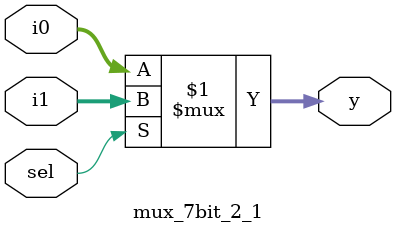
<source format=v>
module mux_7bit_2_1
(
    input[6:0] i0,
    input[6:0] i1,
    input sel, 
    output[6:0] y
);
	assign y = sel ? i1 : i0;
endmodule
</source>
